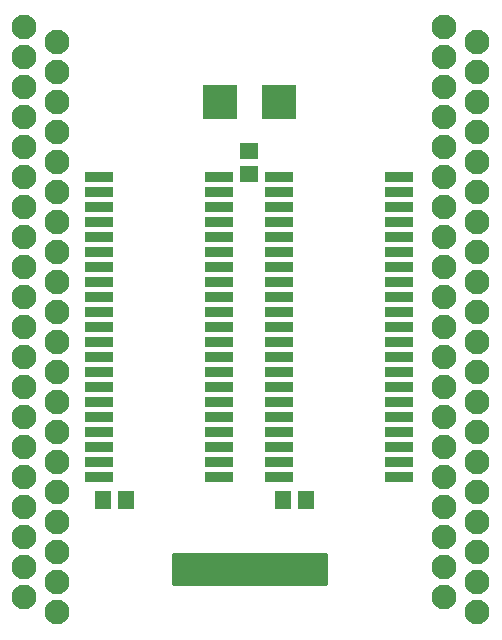
<source format=gbr>
%TF.GenerationSoftware,KiCad,Pcbnew,no-vcs-found-e2505cb~60~ubuntu17.04.1*%
%TF.CreationDate,2017-09-26T21:51:11+03:00*%
%TF.ProjectId,oakram,6F616B72616D2E6B696361645F706362,rev?*%
%TF.SameCoordinates,Original*%
%TF.FileFunction,Soldermask,Top*%
%TF.FilePolarity,Negative*%
%FSLAX46Y46*%
G04 Gerber Fmt 4.6, Leading zero omitted, Abs format (unit mm)*
G04 Created by KiCad (PCBNEW no-vcs-found-e2505cb~60~ubuntu17.04.1) date Tue Sep 26 21:51:11 2017*
%MOMM*%
%LPD*%
G01*
G04 APERTURE LIST*
%ADD10R,2.432000X0.908000*%
%ADD11C,2.100000*%
%ADD12R,1.400000X1.650000*%
%ADD13R,1.650000X1.400000*%
%ADD14R,2.950000X2.900000*%
%ADD15C,0.254000*%
G04 APERTURE END LIST*
D10*
%TO.C,U2*%
X128270000Y-114300000D03*
X128270000Y-113030000D03*
X128270000Y-111760000D03*
X128270000Y-110490000D03*
X128270000Y-109220000D03*
X128270000Y-107950000D03*
X128270000Y-106680000D03*
X128270000Y-105410000D03*
X128270000Y-104140000D03*
X128270000Y-102870000D03*
X138430000Y-114300000D03*
X138430000Y-113030000D03*
X138430000Y-111760000D03*
X138430000Y-110490000D03*
X138430000Y-109220000D03*
X138430000Y-107950000D03*
X138430000Y-106680000D03*
X138430000Y-105410000D03*
X138430000Y-104140000D03*
X138430000Y-102870000D03*
X128270000Y-88900000D03*
X128270000Y-90170000D03*
X128270000Y-91440000D03*
X128270000Y-92710000D03*
X128270000Y-93980000D03*
X128270000Y-95250000D03*
X128270000Y-96520000D03*
X128270000Y-97790000D03*
X128270000Y-99060000D03*
X128270000Y-100330000D03*
X138430000Y-88900000D03*
X138430000Y-90170000D03*
X138430000Y-91440000D03*
X138430000Y-92710000D03*
X138430000Y-93980000D03*
X138430000Y-95250000D03*
X138430000Y-96520000D03*
X138430000Y-97790000D03*
X138430000Y-99060000D03*
X138430000Y-100330000D03*
X128270000Y-101600000D03*
X138430000Y-101600000D03*
%TD*%
%TO.C,U1*%
X153670000Y-101600000D03*
X143510000Y-101600000D03*
X153670000Y-100330000D03*
X153670000Y-99060000D03*
X153670000Y-97790000D03*
X153670000Y-96520000D03*
X153670000Y-95250000D03*
X153670000Y-93980000D03*
X153670000Y-92710000D03*
X153670000Y-91440000D03*
X153670000Y-90170000D03*
X153670000Y-88900000D03*
X143510000Y-100330000D03*
X143510000Y-99060000D03*
X143510000Y-97790000D03*
X143510000Y-96520000D03*
X143510000Y-95250000D03*
X143510000Y-93980000D03*
X143510000Y-92710000D03*
X143510000Y-91440000D03*
X143510000Y-90170000D03*
X143510000Y-88900000D03*
X153670000Y-102870000D03*
X153670000Y-104140000D03*
X153670000Y-105410000D03*
X153670000Y-106680000D03*
X153670000Y-107950000D03*
X153670000Y-109220000D03*
X153670000Y-110490000D03*
X153670000Y-111760000D03*
X153670000Y-113030000D03*
X153670000Y-114300000D03*
X143510000Y-102870000D03*
X143510000Y-104140000D03*
X143510000Y-105410000D03*
X143510000Y-106680000D03*
X143510000Y-107950000D03*
X143510000Y-109220000D03*
X143510000Y-110490000D03*
X143510000Y-111760000D03*
X143510000Y-113030000D03*
X143510000Y-114300000D03*
%TD*%
D11*
%TO.C,X1*%
X121920000Y-76200000D03*
X124720000Y-77470000D03*
X121920000Y-78740000D03*
X124720000Y-80010000D03*
X121920000Y-83820000D03*
X121920000Y-81280000D03*
X124720000Y-82550000D03*
X124720000Y-85090000D03*
X121920000Y-88900000D03*
X124720000Y-95250000D03*
X121920000Y-86360000D03*
X124720000Y-92710000D03*
X124720000Y-87630000D03*
X124720000Y-90170000D03*
X121920000Y-91440000D03*
X121920000Y-93980000D03*
X121920000Y-99060000D03*
X121920000Y-109220000D03*
X124720000Y-105410000D03*
X121920000Y-96520000D03*
X124720000Y-110490000D03*
X121920000Y-106680000D03*
X124720000Y-102870000D03*
X124720000Y-115570000D03*
X124720000Y-97790000D03*
X124720000Y-100330000D03*
X121920000Y-101600000D03*
X121920000Y-104140000D03*
X124720000Y-107950000D03*
X121920000Y-111760000D03*
X121920000Y-114300000D03*
X124720000Y-113030000D03*
X121920000Y-121920000D03*
X124720000Y-118110000D03*
X124720000Y-120650000D03*
X121920000Y-124460000D03*
X124720000Y-125730000D03*
X121920000Y-119380000D03*
X121920000Y-116840000D03*
X124720000Y-123190000D03*
%TD*%
%TO.C,X2*%
X160280000Y-123190000D03*
X157480000Y-116840000D03*
X157480000Y-119380000D03*
X160280000Y-125730000D03*
X157480000Y-124460000D03*
X160280000Y-120650000D03*
X160280000Y-118110000D03*
X157480000Y-121920000D03*
X160280000Y-113030000D03*
X157480000Y-114300000D03*
X157480000Y-111760000D03*
X160280000Y-107950000D03*
X157480000Y-104140000D03*
X157480000Y-101600000D03*
X160280000Y-100330000D03*
X160280000Y-97790000D03*
X160280000Y-115570000D03*
X160280000Y-102870000D03*
X157480000Y-106680000D03*
X160280000Y-110490000D03*
X157480000Y-96520000D03*
X160280000Y-105410000D03*
X157480000Y-109220000D03*
X157480000Y-99060000D03*
X157480000Y-93980000D03*
X157480000Y-91440000D03*
X160280000Y-90170000D03*
X160280000Y-87630000D03*
X160280000Y-92710000D03*
X157480000Y-86360000D03*
X160280000Y-95250000D03*
X157480000Y-88900000D03*
X160280000Y-85090000D03*
X160280000Y-82550000D03*
X157480000Y-81280000D03*
X157480000Y-83820000D03*
X160280000Y-80010000D03*
X157480000Y-78740000D03*
X160280000Y-77470000D03*
X157480000Y-76200000D03*
%TD*%
D12*
%TO.C,C1*%
X130540000Y-116205000D03*
X128540000Y-116205000D03*
%TD*%
%TO.C,C3*%
X145780000Y-116205000D03*
X143780000Y-116205000D03*
%TD*%
D13*
%TO.C,C6*%
X140970000Y-88630000D03*
X140970000Y-86630000D03*
%TD*%
D14*
%TO.C,C7*%
X138445000Y-82550000D03*
X143495000Y-82550000D03*
%TD*%
D15*
G36*
X147447000Y-123317000D02*
X134493000Y-123317000D01*
X134493000Y-120777000D01*
X147447000Y-120777000D01*
X147447000Y-123317000D01*
X147447000Y-123317000D01*
G37*
X147447000Y-123317000D02*
X134493000Y-123317000D01*
X134493000Y-120777000D01*
X147447000Y-120777000D01*
X147447000Y-123317000D01*
M02*

</source>
